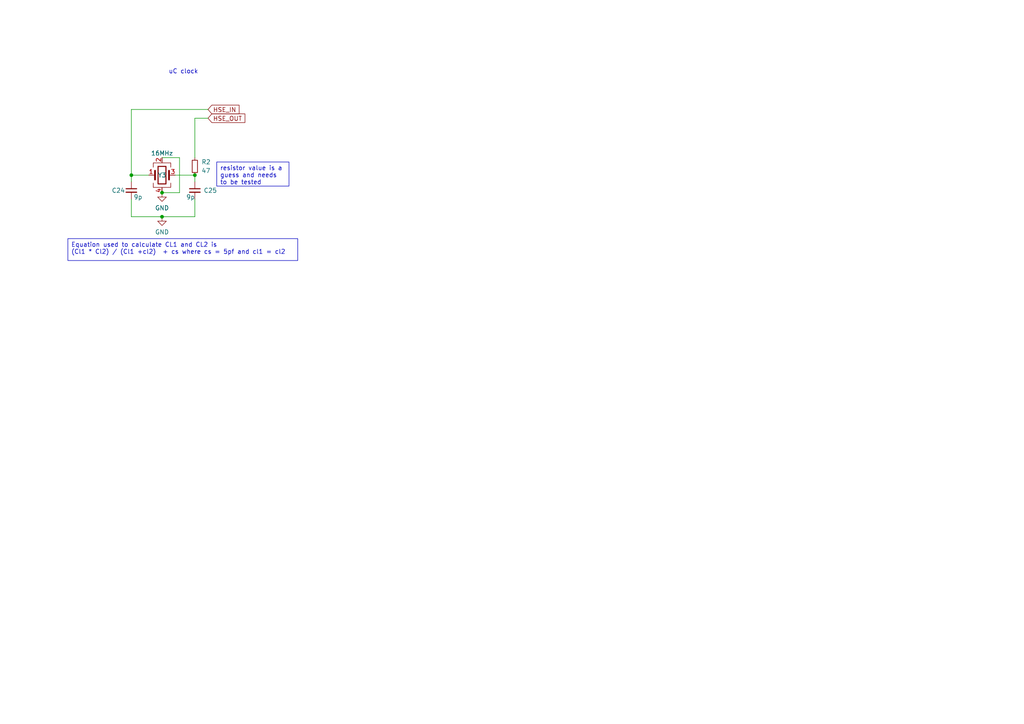
<source format=kicad_sch>
(kicad_sch (version 20230121) (generator eeschema)
  (paper "A4")
  (lib_symbols
    (symbol "Device:C_Small" (pin_numbers hide) (pin_names (offset 0.254) hide)
      (property "Reference" "C" (at 0.254 1.778 0))
      (property "Value" "C_Small" (at 0.254 -2.032 0))
      (symbol "C_Small_0_1"
        (polyline (pts (xy -1.524 -0.508) (xy 1.524 -0.508)) (stroke (width 0.3302)))
        (polyline (pts (xy -1.524 0.508) (xy 1.524 0.508)) (stroke (width 0.3048)))
      )
      (symbol "C_Small_1_1"
        (pin passive line (at 0 2.54 270) (length 2.032) (name "~") (number "1"))
        (pin passive line (at 0 -2.54 90) (length 2.032) (name "~") (number "2"))
      )
    )
    (symbol "Device:Crystal_GND24" (pin_names (offset 1.016) hide)
      (property "Reference" "Y" (at 3.175 5.08 0))
      (property "Value" "Crystal_GND24" (at 3.175 3.175 0))
      (symbol "Crystal_GND24_0_1"
        (rectangle (start -1.143 2.54) (end 1.143 -2.54) (stroke (width 0.3048)))
        (polyline (pts (xy -2.54 0) (xy -2.032 0)))
        (polyline (pts (xy -2.032 -1.27) (xy -2.032 1.27)) (stroke (width 0.508)))
        (polyline (pts (xy 0 -3.81) (xy 0 -3.556)))
        (polyline (pts (xy 0 3.556) (xy 0 3.81)))
        (polyline (pts (xy 2.032 -1.27) (xy 2.032 1.27)) (stroke (width 0.508)))
        (polyline (pts (xy 2.032 0) (xy 2.54 0)))
        (polyline (pts (xy -2.54 -2.286) (xy -2.54 -3.556) (xy 2.54 -3.556) (xy 2.54 -2.286)))
        (polyline (pts (xy -2.54 2.286) (xy -2.54 3.556) (xy 2.54 3.556) (xy 2.54 2.286)))
      )
      (symbol "Crystal_GND24_1_1"
        (pin passive line (at -3.81 0 0) (length 1.27) (name "1") (number "1"))
        (pin passive line (at 0 5.08 270) (length 1.27) (name "2") (number "2"))
        (pin passive line (at 3.81 0 180) (length 1.27) (name "3") (number "3"))
        (pin passive line (at 0 -5.08 90) (length 1.27) (name "4") (number "4"))
      )
    )
    (symbol "Device:R_Small" (pin_numbers hide) (pin_names (offset 0.254) hide)
      (property "Reference" "R" (at 0.762 0.508 0))
      (property "Value" "R_Small" (at 0.762 -1.016 0))
      (symbol "R_Small_0_1"
        (rectangle (start -0.762 1.778) (end 0.762 -1.778) (stroke (width 0.2032)))
      )
      (symbol "R_Small_1_1"
        (pin passive line (at 0 2.54 270) (length 0.762) (name "~") (number "1"))
        (pin passive line (at 0 -2.54 90) (length 0.762) (name "~") (number "2"))
      )
    )
    (symbol "power:GND" (power) (pin_names (offset 0))
      (property "Value" "GND" (at 0 -3.81 0))
      (symbol "GND_0_1"
        (polyline (pts (xy 0 0) (xy 0 -1.27) (xy 1.27 -1.27) (xy 0 -2.54) (xy -1.27 -1.27) (xy 0 -1.27)))
      )
      (symbol "GND_1_1"
        (pin power_in line (at 0 0 270) (length 0) hide (name "GND") (number "1"))
      )
    )
  )
  (junction (at 56.515 50.8))
  (junction (at 46.99 62.865))
  (junction (at 46.99 55.88))
  (junction (at 38.1 50.8))
  (wire (pts (xy 46.99 62.865) (xy 56.515 62.865)))
  (wire (pts (xy 46.99 45.72) (xy 52.07 45.72)))
  (wire (pts (xy 52.07 55.88) (xy 46.99 55.88)))
  (wire (pts (xy 52.07 45.72) (xy 52.07 55.88)))
  (wire (pts (xy 38.1 50.8) (xy 38.1 52.705)))
  (wire (pts (xy 38.1 57.785) (xy 38.1 62.865)))
  (wire (pts (xy 38.1 31.75) (xy 60.325 31.75)))
  (wire (pts (xy 56.515 50.8) (xy 50.8 50.8)))
  (wire (pts (xy 56.515 52.705) (xy 56.515 50.8)))
  (wire (pts (xy 56.515 34.29) (xy 56.515 45.72)))
  (wire (pts (xy 38.1 62.865) (xy 46.99 62.865)))
  (wire (pts (xy 56.515 34.29) (xy 60.325 34.29)))
  (wire (pts (xy 43.18 50.8) (xy 38.1 50.8)))
  (wire (pts (xy 56.515 62.865) (xy 56.515 57.785)))
  (wire (pts (xy 38.1 50.8) (xy 38.1 31.75)))
  (text_box "resistor value is a guess and needs to be tested\n" (at 62.865 46.99 0) (size 20.955 6.985) (effects (font (size 1.27 1.27)) (justify left top)))
  (text_box "Equation used to calculate CL1 and CL2 is \n(Cl1 * Cl2) / (Cl1 +cl2)  + cs where cs = 5pf and cl1 = cl2\n" (at 19.685 69.215 0) (size 66.675 6.35) (effects (font (size 1.27 1.27)) (justify left top)))
  (text "uC clock\n" (at 48.895 21.59 0) (effects (font (size 1.27 1.27)) (justify left bottom)))
  (global_label "HSE_OUT" (shape input) (at 60.325 34.29 0) (property "Intersheetrefs" "${INTERSHEET_REFS}" (effects hide)))
  (global_label "HSE_IN" (shape input) (at 60.325 31.75 0) (property "Intersheetrefs" "${INTERSHEET_REFS}" (effects hide)))
  (symbol (lib_id "Device:C_Small") (at 38.1 55.245 0) (unit 1)
    (property "Reference" "C24" (at 32.385 55.245 0) (effects (justify left)))
    (property "Value" "9p" (at 38.735 57.15 0) (effects (justify left)))
    (property "Footprint" "Capacitor_SMD:C_0603_1608Metric" (effects hide))
    (instances (project "rev2" (path "" (reference "C24") (unit 1))) (project "STM32F030" (path "" (reference "C10") (unit 1))))
  )
  (symbol (lib_id "power:GND") (at 46.99 55.88 0) (unit 1)
    (property "Reference" "#PWR027" (effects hide))
    (property "Value" "GND" (at 46.99 60.325 0))
    (instances (project "rev2" (path "" (reference "#PWR027") (unit 1))) (project "STM32F030" (path "" (reference "#PWR011") (unit 1))))
  )
  (symbol (lib_id "Device:Crystal_GND24") (at 46.99 50.8 0) (unit 1)
    (property "Reference" "Y3" (at 46.99 50.8 0))
    (property "Value" "16MHz" (at 46.99 44.45 0))
    (property "Footprint" "Crystal:Crystal_SMD_3225-4Pin_3.2x2.5mm" (effects hide))
    (instances (project "rev2" (path "" (reference "Y3") (unit 1))) (project "STM32F030" (path "" (reference "Y1") (unit 1))))
  )
  (symbol (lib_id "Device:R_Small") (at 56.515 48.26 0) (unit 1)
    (property "Reference" "R2" (at 58.42 46.99 0) (effects (justify left)))
    (property "Value" "47" (at 58.42 49.53 0) (effects (justify left)))
    (property "Footprint" "Resistor_SMD:R_0603_1608Metric" (effects hide))
    (instances (project "rev2" (path "" (reference "R2") (unit 1))) (project "STM32F030" (path "" (reference "R1") (unit 1))))
  )
  (symbol (lib_id "power:GND") (at 46.99 62.865 0) (unit 1)
    (property "Reference" "#PWR028" (effects hide))
    (property "Value" "GND" (at 46.99 67.31 0))
    (instances (project "rev2" (path "" (reference "#PWR028") (unit 1))) (project "STM32F030" (path "" (reference "#PWR012") (unit 1))))
  )
  (symbol (lib_id "Device:C_Small") (at 56.515 55.245 0) (unit 1)
    (property "Reference" "C25" (at 59.055 55.245 0) (effects (justify left)))
    (property "Value" "9p" (at 53.975 57.15 0) (effects (justify left)))
    (property "Footprint" "Capacitor_SMD:C_0603_1608Metric" (effects hide))
    (instances (project "rev2" (path "" (reference "C25") (unit 1))) (project "STM32F030" (path "" (reference "C11") (unit 1))))
  )
)
</source>
